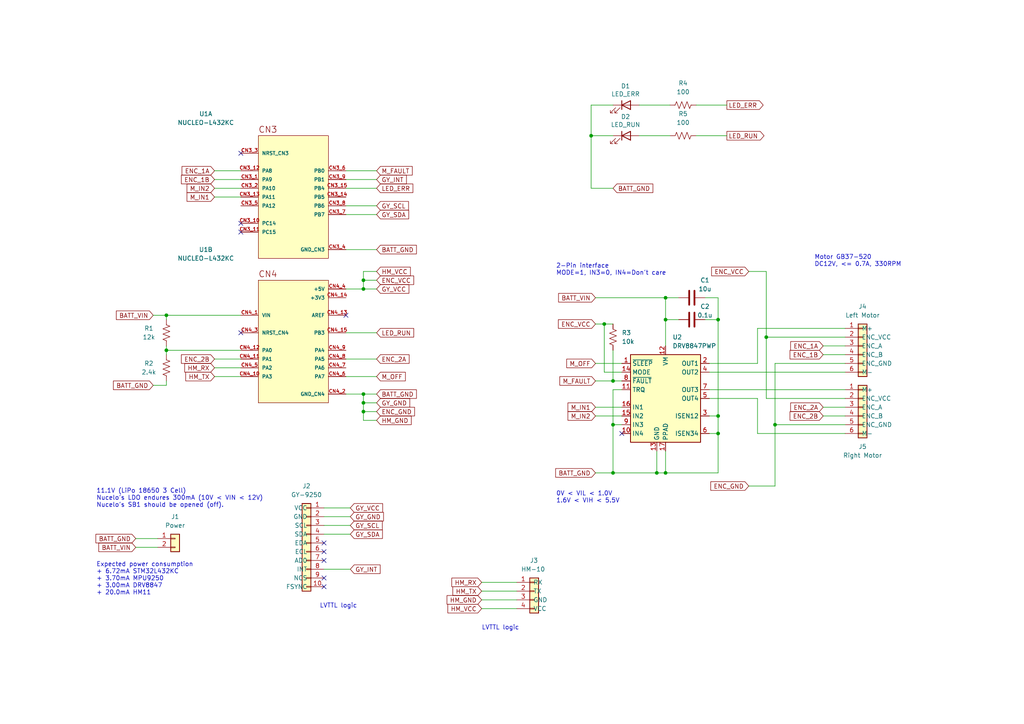
<source format=kicad_sch>
(kicad_sch (version 20211123) (generator eeschema)
  (paper "A4")
  (title_block (title "Jeonghyun Kim graduation project"))
  (lib_symbols
    (symbol "Conn_01x06_1" (pin_names (offset 1.016))
      (property "Reference" "J1" (at 0 11.43 0))
      (property "Value" "Conn_01x06_1" (at 0 8.89 0))
      (symbol "Conn_01x06_1_1_1"
        (rectangle (start -1.27 -7.493) (end 0 -7.747) (stroke (width 0.1524)))
        (rectangle (start -1.27 -4.953) (end 0 -5.207) (stroke (width 0.1524)))
        (rectangle (start -1.27 -2.413) (end 0 -2.667) (stroke (width 0.1524)))
        (rectangle (start -1.27 0.127) (end 0 -0.127) (stroke (width 0.1524)))
        (rectangle (start -1.27 2.667) (end 0 2.413) (stroke (width 0.1524)))
        (rectangle (start -1.27 5.207) (end 0 4.953) (stroke (width 0.1524)))
        (rectangle (start -1.27 6.35) (end 1.27 -8.89) (stroke (width 0.254)) (fill (type background)))
        (pin passive line (at -5.08 5.08 0) (length 3.81) (name "M+") (number "1"))
        (pin passive line (at -5.08 2.54 0) (length 3.81) (name "ENC_VCC") (number "2"))
        (pin passive line (at -5.08 0 0) (length 3.81) (name "ENC_A") (number "3"))
        (pin passive line (at -5.08 -2.54 0) (length 3.81) (name "ENC_B") (number "4"))
        (pin passive line (at -5.08 -5.08 0) (length 3.81) (name "ENC_GND") (number "5"))
        (pin passive line (at -5.08 -7.62 0) (length 3.81) (name "M-") (number "6"))
      )
    )
    (symbol "Connector_Generic:Conn_01x02" (pin_names (offset 1.016) hide)
      (property "Reference" "J" (at 0 2.54 0))
      (property "Value" "Conn_01x02" (at 0 -5.08 0))
      (symbol "Conn_01x02_1_1"
        (rectangle (start -1.27 -2.413) (end 0 -2.667) (stroke (width 0.1524)))
        (rectangle (start -1.27 0.127) (end 0 -0.127) (stroke (width 0.1524)))
        (rectangle (start -1.27 1.27) (end 1.27 -3.81) (stroke (width 0.254)) (fill (type background)))
        (pin passive line (at -5.08 0 0) (length 3.81) (name "Pin_1") (number "1"))
        (pin passive line (at -5.08 -2.54 0) (length 3.81) (name "Pin_2") (number "2"))
      )
    )
    (symbol "Connector_Generic:Conn_01x04" (pin_names (offset 1.016))
      (property "Reference" "J5" (at 2.54 0.0001 0))
      (property "Value" "HM-10" (at 2.54 -2.5399 0))
      (symbol "Conn_01x04_1_1"
        (rectangle (start -1.27 -4.953) (end 0 -5.207) (stroke (width 0.1524)))
        (rectangle (start -1.27 -2.413) (end 0 -2.667) (stroke (width 0.1524)))
        (rectangle (start -1.27 0.127) (end 0 -0.127) (stroke (width 0.1524)))
        (rectangle (start -1.27 2.667) (end 0 2.413) (stroke (width 0.1524)))
        (rectangle (start -1.27 3.81) (end 1.27 -6.35) (stroke (width 0.254)) (fill (type background)))
        (pin passive line (at -5.08 2.54 0) (length 3.81) (name "RX") (number "1"))
        (pin passive line (at -5.08 0 0) (length 3.81) (name "TX") (number "2"))
        (pin passive line (at -5.08 -2.54 0) (length 3.81) (name "GND") (number "3"))
        (pin passive line (at -5.08 -5.08 0) (length 3.81) (name "VCC") (number "4"))
      )
    )
    (symbol "Connector_Generic:Conn_01x10" (pin_names (offset 1.016))
      (property "Reference" "J4" (at 0 16.51 0))
      (property "Value" "GY-9250" (at 0 13.97 0))
      (symbol "Conn_01x10_1_1"
        (rectangle (start -1.27 -12.573) (end 0 -12.827) (stroke (width 0.1524)))
        (rectangle (start -1.27 -10.033) (end 0 -10.287) (stroke (width 0.1524)))
        (rectangle (start -1.27 -7.493) (end 0 -7.747) (stroke (width 0.1524)))
        (rectangle (start -1.27 -4.953) (end 0 -5.207) (stroke (width 0.1524)))
        (rectangle (start -1.27 -2.413) (end 0 -2.667) (stroke (width 0.1524)))
        (rectangle (start -1.27 0.127) (end 0 -0.127) (stroke (width 0.1524)))
        (rectangle (start -1.27 2.667) (end 0 2.413) (stroke (width 0.1524)))
        (rectangle (start -1.27 5.207) (end 0 4.953) (stroke (width 0.1524)))
        (rectangle (start -1.27 7.747) (end 0 7.493) (stroke (width 0.1524)))
        (rectangle (start -1.27 10.287) (end 0 10.033) (stroke (width 0.1524)))
        (rectangle (start -1.27 11.43) (end 1.27 -13.97) (stroke (width 0.254)) (fill (type background)))
        (pin passive line (at -5.08 10.16 0) (length 3.81) (name "VCC") (number "1"))
        (pin passive line (at -5.08 -12.7 0) (length 3.81) (name "FSYNC") (number "10"))
        (pin passive line (at -5.08 7.62 0) (length 3.81) (name "GND") (number "2"))
        (pin passive line (at -5.08 5.08 0) (length 3.81) (name "SCL") (number "3"))
        (pin passive line (at -5.08 2.54 0) (length 3.81) (name "SDA") (number "4"))
        (pin passive line (at -5.08 0 0) (length 3.81) (name "EDA") (number "5"))
        (pin passive line (at -5.08 -2.54 0) (length 3.81) (name "ECL") (number "6"))
        (pin passive line (at -5.08 -5.08 0) (length 3.81) (name "AD0") (number "7"))
        (pin passive line (at -5.08 -7.62 0) (length 3.81) (name "INT") (number "8"))
        (pin passive line (at -5.08 -10.16 0) (length 3.81) (name "NCS") (number "9"))
      )
    )
    (symbol "Device:C" (pin_numbers hide) (pin_names (offset 0.254))
      (property "Reference" "C" (at 0.635 2.54 0))
      (property "Value" "C" (at 0.635 -2.54 0))
      (symbol "C_0_1"
        (polyline (pts (xy -2.032 -0.762) (xy 2.032 -0.762)) (stroke (width 0.508)))
        (polyline (pts (xy -2.032 0.762) (xy 2.032 0.762)) (stroke (width 0.508)))
      )
      (symbol "C_1_1"
        (pin passive line (at 0 3.81 270) (length 2.794) (name "~") (number "1"))
        (pin passive line (at 0 -3.81 90) (length 2.794) (name "~") (number "2"))
      )
    )
    (symbol "Device:LED" (pin_numbers hide) (pin_names (offset 1.016) hide)
      (property "Reference" "D" (at 0 2.54 0))
      (property "Value" "LED" (at 0 -2.54 0))
      (symbol "LED_0_1"
        (polyline (pts (xy -1.27 -1.27) (xy -1.27 1.27)) (stroke (width 0.254)))
        (polyline (pts (xy -1.27 0) (xy 1.27 0)))
        (polyline (pts (xy 1.27 -1.27) (xy 1.27 1.27) (xy -1.27 0) (xy 1.27 -1.27)) (stroke (width 0.254)))
        (polyline (pts (xy -3.048 -0.762) (xy -4.572 -2.286) (xy -3.81 -2.286) (xy -4.572 -2.286) (xy -4.572 -1.524)))
        (polyline (pts (xy -1.778 -0.762) (xy -3.302 -2.286) (xy -2.54 -2.286) (xy -3.302 -2.286) (xy -3.302 -1.524)))
      )
      (symbol "LED_1_1"
        (pin passive line (at -3.81 0 0) (length 2.54) (name "K") (number "1"))
        (pin passive line (at 3.81 0 180) (length 2.54) (name "A") (number "2"))
      )
    )
    (symbol "Device:R_US" (pin_numbers hide) (pin_names (offset 0))
      (property "Reference" "R" (at 2.54 0 90))
      (property "Value" "R_US" (at -2.54 0 90))
      (symbol "R_US_0_1"
        (polyline (pts (xy 0 -2.286) (xy 0 -2.54)))
        (polyline (pts (xy 0 2.286) (xy 0 2.54)))
        (polyline (pts (xy 0 -0.762) (xy 1.016 -1.143) (xy 0 -1.524) (xy -1.016 -1.905) (xy 0 -2.286)))
        (polyline (pts (xy 0 0.762) (xy 1.016 0.381) (xy 0 0) (xy -1.016 -0.381) (xy 0 -0.762)))
        (polyline (pts (xy 0 2.286) (xy 1.016 1.905) (xy 0 1.524) (xy -1.016 1.143) (xy 0 0.762)))
      )
      (symbol "R_US_1_1"
        (pin passive line (at 0 3.81 270) (length 1.27) (name "~") (number "1"))
        (pin passive line (at 0 -3.81 90) (length 1.27) (name "~") (number "2"))
      )
    )
    (symbol "Driver_Motor:DRV8847PWP"
      (property "Reference" "U" (at -8.89 13.97 0))
      (property "Value" "DRV8847PWP" (at 8.89 13.97 0))
      (symbol "DRV8847PWP_0_1"
        (rectangle (start -10.16 -12.7) (end 10.16 12.7) (stroke (width 0.254)) (fill (type background)))
      )
      (symbol "DRV8847PWP_1_1"
        (pin input line (at -12.7 10.16 0) (length 2.54) (name "~{SLEEP}") (number "1"))
        (pin input line (at -12.7 -10.16 0) (length 2.54) (name "IN4") (number "10"))
        (pin input line (at -12.7 2.54 0) (length 2.54) (name "TRQ") (number "11"))
        (pin power_in line (at 0 15.24 270) (length 2.54) (name "VM") (number "12"))
        (pin power_in line (at -2.54 -15.24 90) (length 2.54) (name "GND") (number "13"))
        (pin input line (at -12.7 7.62 0) (length 2.54) (name "MODE") (number "14"))
        (pin input line (at -12.7 -5.08 0) (length 2.54) (name "IN2") (number "15"))
        (pin input line (at -12.7 -2.54 0) (length 2.54) (name "IN1") (number "16"))
        (pin power_in line (at 0 -15.24 90) (length 2.54) (name "PPAD") (number "17"))
        (pin output line (at 12.7 10.16 180) (length 2.54) (name "OUT1") (number "2"))
        (pin passive line (at 12.7 -5.08 180) (length 2.54) (name "ISEN12") (number "3"))
        (pin output line (at 12.7 7.62 180) (length 2.54) (name "OUT2") (number "4"))
        (pin output line (at 12.7 0 180) (length 2.54) (name "OUT4") (number "5"))
        (pin passive line (at 12.7 -10.16 180) (length 2.54) (name "ISEN34") (number "6"))
        (pin output line (at 12.7 2.54 180) (length 2.54) (name "OUT3") (number "7"))
        (pin open_collector line (at -12.7 5.08 0) (length 2.54) (name "~{FAULT}") (number "8"))
        (pin input line (at -12.7 -7.62 0) (length 2.54) (name "IN3") (number "9"))
      )
    )
    (symbol "NUCLEO-L432KC:NUCLEO-L432KC" (pin_names (offset 1.016))
      (property "Reference" "U" (at -10.16 21.082 0))
      (property "Value" "NUCLEO-L432KC" (at -10.16 -20.32 0))
      (symbol "NUCLEO-L432KC_1_0"
        (rectangle (start -10.16 -17.78) (end 10.16 17.78) (stroke (width 0.1524)) (fill (type background)))
        (text "CN3" (at -10.16 18.542 0) (effects (font (size 1.778 1.778)) (justify left bottom)))
        (pin bidirectional line (at -15.24 5.08 0) (length 5.08) (name "PA9") (number "CN3_1"))
        (pin bidirectional line (at -15.24 -7.62 0) (length 5.08) (name "PC14") (number "CN3_10"))
        (pin bidirectional line (at -15.24 -10.16 0) (length 5.08) (name "PC15") (number "CN3_11"))
        (pin bidirectional line (at -15.24 7.62 0) (length 5.08) (name "PA8") (number "CN3_12"))
        (pin bidirectional line (at -15.24 0 0) (length 5.08) (name "PA11") (number "CN3_13"))
        (pin bidirectional line (at 15.24 0 180) (length 5.08) (name "PB5") (number "CN3_14"))
        (pin bidirectional line (at 15.24 2.54 180) (length 5.08) (name "PB4") (number "CN3_15"))
        (pin bidirectional line (at -15.24 2.54 0) (length 5.08) (name "PA10") (number "CN3_2"))
        (pin bidirectional line (at -15.24 12.7 0) (length 5.08) (name "NRST_CN3") (number "CN3_3"))
        (pin power_in line (at 15.24 -15.24 180) (length 5.08) (name "GND_CN3") (number "CN3_4"))
        (pin bidirectional line (at -15.24 -2.54 0) (length 5.08) (name "PA12") (number "CN3_5"))
        (pin bidirectional line (at 15.24 7.62 180) (length 5.08) (name "PB0") (number "CN3_6"))
        (pin bidirectional line (at 15.24 -5.08 180) (length 5.08) (name "PB7") (number "CN3_7"))
        (pin bidirectional line (at 15.24 -2.54 180) (length 5.08) (name "PB6") (number "CN3_8"))
        (pin bidirectional line (at 15.24 5.08 180) (length 5.08) (name "PB1") (number "CN3_9"))
      )
      (symbol "NUCLEO-L432KC_2_0"
        (rectangle (start -10.16 -17.78) (end 10.16 17.78) (stroke (width 0.1524)) (fill (type background)))
        (text "CN4" (at -10.16 18.542 0) (effects (font (size 1.778 1.778)) (justify left bottom)))
        (pin input line (at -15.24 7.62 0) (length 5.08) (name "VIN") (number "CN4_1"))
        (pin bidirectional line (at -15.24 -10.16 0) (length 5.08) (name "PA3") (number "CN4_10"))
        (pin bidirectional line (at -15.24 -5.08 0) (length 5.08) (name "PA1") (number "CN4_11"))
        (pin bidirectional line (at -15.24 -2.54 0) (length 5.08) (name "PA0") (number "CN4_12"))
        (pin bidirectional line (at 15.24 7.62 180) (length 5.08) (name "AREF") (number "CN4_13"))
        (pin power_in line (at 15.24 12.7 180) (length 5.08) (name "+3V3") (number "CN4_14"))
        (pin bidirectional line (at 15.24 2.54 180) (length 5.08) (name "PB3") (number "CN4_15"))
        (pin power_in line (at 15.24 -15.24 180) (length 5.08) (name "GND_CN4") (number "CN4_2"))
        (pin bidirectional line (at -15.24 2.54 0) (length 5.08) (name "NRST_CN4") (number "CN4_3"))
        (pin power_in line (at 15.24 15.24 180) (length 5.08) (name "+5V") (number "CN4_4"))
        (pin bidirectional line (at -15.24 -7.62 0) (length 5.08) (name "PA2") (number "CN4_5"))
        (pin bidirectional line (at 15.24 -10.16 180) (length 5.08) (name "PA7") (number "CN4_6"))
        (pin bidirectional line (at 15.24 -7.62 180) (length 5.08) (name "PA6") (number "CN4_7"))
        (pin bidirectional line (at 15.24 -5.08 180) (length 5.08) (name "PA5") (number "CN4_8"))
        (pin bidirectional line (at 15.24 -2.54 180) (length 5.08) (name "PA4") (number "CN4_9"))
      )
    )
  )
  (junction (at 224.79 123.19))
  (junction (at 193.04 92.71))
  (junction (at 171.45 39.37))
  (junction (at 208.28 92.71))
  (junction (at 208.28 120.65))
  (junction (at 105.41 119.38))
  (junction (at 190.5 137.16))
  (junction (at 175.26 93.98))
  (junction (at 177.8 110.49))
  (junction (at 105.41 81.28))
  (junction (at 105.41 116.84))
  (junction (at 105.41 83.82))
  (junction (at 177.8 137.16))
  (junction (at 105.41 114.3))
  (junction (at 193.04 86.36))
  (junction (at 222.25 97.79))
  (junction (at 193.04 137.16))
  (junction (at 177.8 123.19))
  (junction (at 48.26 91.44))
  (junction (at 208.28 125.73))
  (junction (at 48.26 101.6))
  (no_connect (at 180.34 125.73))
  (no_connect (at 69.85 64.77))
  (no_connect (at 69.85 67.31))
  (no_connect (at 93.98 162.56))
  (no_connect (at 93.98 160.02))
  (no_connect (at 93.98 167.64))
  (no_connect (at 93.98 170.18))
  (no_connect (at 93.98 157.48))
  (no_connect (at 69.85 96.52))
  (no_connect (at 69.85 44.45))
  (no_connect (at 100.33 91.44))
  (wire (pts (xy 238.76 100.33) (xy 245.11 100.33)))
  (wire (pts (xy 205.74 115.57) (xy 219.71 115.57)))
  (wire (pts (xy 193.04 137.16) (xy 190.5 137.16)))
  (wire (pts (xy 44.45 91.44) (xy 48.26 91.44)))
  (wire (pts (xy 245.11 105.41) (xy 224.79 105.41)))
  (wire (pts (xy 208.28 120.65) (xy 208.28 125.73)))
  (wire (pts (xy 217.17 140.97) (xy 224.79 140.97)))
  (wire (pts (xy 93.98 165.1) (xy 101.6 165.1)))
  (wire (pts (xy 205.74 125.73) (xy 208.28 125.73)))
  (wire (pts (xy 193.04 92.71) (xy 193.04 100.33)))
  (wire (pts (xy 180.34 113.03) (xy 177.8 113.03)))
  (wire (pts (xy 100.33 59.69) (xy 109.22 59.69)))
  (wire (pts (xy 222.25 78.74) (xy 222.25 97.79)))
  (wire (pts (xy 62.23 49.53) (xy 69.85 49.53)))
  (wire (pts (xy 105.41 114.3) (xy 109.22 114.3)))
  (wire (pts (xy 139.7 171.45) (xy 149.86 171.45)))
  (wire (pts (xy 219.71 125.73) (xy 245.11 125.73)))
  (wire (pts (xy 100.33 96.52) (xy 109.22 96.52)))
  (wire (pts (xy 109.22 116.84) (xy 105.41 116.84)))
  (wire (pts (xy 175.26 93.98) (xy 177.8 93.98)))
  (wire (pts (xy 100.33 49.53) (xy 109.22 49.53)))
  (wire (pts (xy 48.26 110.49) (xy 48.26 111.76)))
  (wire (pts (xy 172.72 110.49) (xy 177.8 110.49)))
  (wire (pts (xy 238.76 102.87) (xy 245.11 102.87)))
  (wire (pts (xy 171.45 39.37) (xy 177.8 39.37)))
  (wire (pts (xy 171.45 30.48) (xy 177.8 30.48)))
  (wire (pts (xy 105.41 114.3) (xy 105.41 116.84)))
  (wire (pts (xy 177.8 101.6) (xy 177.8 110.49)))
  (wire (pts (xy 219.71 95.25) (xy 245.11 95.25)))
  (wire (pts (xy 172.72 118.11) (xy 180.34 118.11)))
  (wire (pts (xy 193.04 86.36) (xy 196.85 86.36)))
  (wire (pts (xy 205.74 105.41) (xy 219.71 105.41)))
  (wire (pts (xy 190.5 137.16) (xy 177.8 137.16)))
  (wire (pts (xy 222.25 115.57) (xy 222.25 97.79)))
  (wire (pts (xy 172.72 105.41) (xy 180.34 105.41)))
  (wire (pts (xy 139.7 176.53) (xy 149.86 176.53)))
  (wire (pts (xy 205.74 120.65) (xy 208.28 120.65)))
  (wire (pts (xy 105.41 119.38) (xy 105.41 116.84)))
  (wire (pts (xy 180.34 107.95) (xy 175.26 107.95)))
  (wire (pts (xy 100.33 72.39) (xy 109.22 72.39)))
  (wire (pts (xy 62.23 104.14) (xy 69.85 104.14)))
  (wire (pts (xy 205.74 107.95) (xy 245.11 107.95)))
  (wire (pts (xy 177.8 137.16) (xy 172.72 137.16)))
  (wire (pts (xy 100.33 114.3) (xy 105.41 114.3)))
  (wire (pts (xy 39.37 158.75) (xy 45.72 158.75)))
  (wire (pts (xy 193.04 130.81) (xy 193.04 137.16)))
  (wire (pts (xy 48.26 101.6) (xy 69.85 101.6)))
  (wire (pts (xy 172.72 93.98) (xy 175.26 93.98)))
  (wire (pts (xy 62.23 57.15) (xy 69.85 57.15)))
  (wire (pts (xy 39.37 156.21) (xy 45.72 156.21)))
  (wire (pts (xy 100.33 52.07) (xy 109.22 52.07)))
  (wire (pts (xy 208.28 86.36) (xy 208.28 92.71)))
  (wire (pts (xy 238.76 118.11) (xy 245.11 118.11)))
  (wire (pts (xy 224.79 140.97) (xy 224.79 123.19)))
  (wire (pts (xy 171.45 30.48) (xy 171.45 39.37)))
  (wire (pts (xy 208.28 137.16) (xy 193.04 137.16)))
  (wire (pts (xy 224.79 105.41) (xy 224.79 123.19)))
  (wire (pts (xy 238.76 120.65) (xy 245.11 120.65)))
  (wire (pts (xy 109.22 121.92) (xy 105.41 121.92)))
  (wire (pts (xy 208.28 125.73) (xy 208.28 137.16)))
  (wire (pts (xy 105.41 121.92) (xy 105.41 119.38)))
  (wire (pts (xy 62.23 106.68) (xy 69.85 106.68)))
  (wire (pts (xy 175.26 107.95) (xy 175.26 93.98)))
  (wire (pts (xy 139.7 168.91) (xy 149.86 168.91)))
  (wire (pts (xy 205.74 113.03) (xy 245.11 113.03)))
  (wire (pts (xy 93.98 149.86) (xy 101.6 149.86)))
  (wire (pts (xy 93.98 147.32) (xy 101.6 147.32)))
  (wire (pts (xy 219.71 115.57) (xy 219.71 125.73)))
  (wire (pts (xy 193.04 92.71) (xy 196.85 92.71)))
  (wire (pts (xy 185.42 30.48) (xy 194.31 30.48)))
  (wire (pts (xy 105.41 83.82) (xy 109.22 83.82)))
  (wire (pts (xy 204.47 92.71) (xy 208.28 92.71)))
  (wire (pts (xy 177.8 123.19) (xy 177.8 137.16)))
  (wire (pts (xy 100.33 62.23) (xy 109.22 62.23)))
  (wire (pts (xy 201.93 30.48) (xy 210.82 30.48)))
  (wire (pts (xy 109.22 81.28) (xy 105.41 81.28)))
  (wire (pts (xy 109.22 119.38) (xy 105.41 119.38)))
  (wire (pts (xy 219.71 105.41) (xy 219.71 95.25)))
  (wire (pts (xy 48.26 111.76) (xy 44.45 111.76)))
  (wire (pts (xy 105.41 78.74) (xy 105.41 81.28)))
  (wire (pts (xy 245.11 115.57) (xy 222.25 115.57)))
  (wire (pts (xy 172.72 86.36) (xy 193.04 86.36)))
  (wire (pts (xy 62.23 54.61) (xy 69.85 54.61)))
  (wire (pts (xy 105.41 81.28) (xy 105.41 83.82)))
  (wire (pts (xy 185.42 39.37) (xy 194.31 39.37)))
  (wire (pts (xy 109.22 78.74) (xy 105.41 78.74)))
  (wire (pts (xy 177.8 113.03) (xy 177.8 123.19)))
  (wire (pts (xy 139.7 173.99) (xy 149.86 173.99)))
  (wire (pts (xy 62.23 109.22) (xy 69.85 109.22)))
  (wire (pts (xy 222.25 97.79) (xy 245.11 97.79)))
  (wire (pts (xy 62.23 52.07) (xy 69.85 52.07)))
  (wire (pts (xy 172.72 120.65) (xy 180.34 120.65)))
  (wire (pts (xy 93.98 154.94) (xy 101.6 154.94)))
  (wire (pts (xy 48.26 92.71) (xy 48.26 91.44)))
  (wire (pts (xy 100.33 83.82) (xy 105.41 83.82)))
  (wire (pts (xy 201.93 39.37) (xy 210.82 39.37)))
  (wire (pts (xy 208.28 92.71) (xy 208.28 120.65)))
  (wire (pts (xy 193.04 86.36) (xy 193.04 92.71)))
  (wire (pts (xy 100.33 54.61) (xy 109.22 54.61)))
  (wire (pts (xy 171.45 39.37) (xy 171.45 54.61)))
  (wire (pts (xy 48.26 100.33) (xy 48.26 101.6)))
  (wire (pts (xy 48.26 91.44) (xy 69.85 91.44)))
  (wire (pts (xy 171.45 54.61) (xy 177.8 54.61)))
  (wire (pts (xy 93.98 152.4) (xy 101.6 152.4)))
  (wire (pts (xy 180.34 123.19) (xy 177.8 123.19)))
  (wire (pts (xy 100.33 109.22) (xy 109.22 109.22)))
  (wire (pts (xy 224.79 123.19) (xy 245.11 123.19)))
  (wire (pts (xy 177.8 110.49) (xy 180.34 110.49)))
  (wire (pts (xy 48.26 101.6) (xy 48.26 102.87)))
  (wire (pts (xy 100.33 104.14) (xy 109.22 104.14)))
  (wire (pts (xy 190.5 130.81) (xy 190.5 137.16)))
  (wire (pts (xy 204.47 86.36) (xy 208.28 86.36)))
  (wire (pts (xy 217.17 78.74) (xy 222.25 78.74)))
  (text "11.1V (LiPo 18650 3 Cell)\nNucelo's LDO endures 300mA (10V < VIN < 12V)\nNucelo's SB1 should be opened (off)." (at 27.94 147.32 0) (effects (font (size 1.27 1.27)) (justify left bottom)))
  (text "2-Pin interface\nMODE=1, IN3=0, IN4=Don't care" (at 161.29 80.01 0) (effects (font (size 1.27 1.27)) (justify left bottom)))
  (text "LVTTL logic\n" (at 139.7 182.88 0) (effects (font (size 1.27 1.27)) (justify left bottom)))
  (text "Motor GB37-520\nDC12V, <= 0.7A, 330RPM" (at 236.22 77.47 0) (effects (font (size 1.27 1.27)) (justify left bottom)))
  (text "Expected power consumption\n+ 6.72mA STM32L432KC\n+ 3.70mA MPU9250\n+ 3.00mA DRV8847\n+ 20.0mA HM11" (at 27.94 172.72 0) (effects (font (size 1.27 1.27)) (justify left bottom)))
  (text "LVTTL logic\n" (at 92.71 176.53 0) (effects (font (size 1.27 1.27)) (justify left bottom)))
  (text "0V < VIL < 1.0V\n1.6V < VIH < 5.5V" (at 161.29 146.05 0) (effects (font (size 1.27 1.27)) (justify left bottom)))
  (global_label "M_IN2" (shape input) (at 62.23 54.61 180) (property "Intersheet References" "${INTERSHEET_REFS}" (effects hide)))
  (global_label "BATT_GND" (shape input) (at 109.22 72.39 0) (property "Intersheet References" "${INTERSHEET_REFS}" (effects hide)))
  (global_label "BATT_VIN" (shape input) (at 44.45 91.44 180) (property "Intersheet References" "${INTERSHEET_REFS}" (effects hide)))
  (global_label "GY_SDA" (shape input) (at 109.22 62.23 0) (property "Intersheet References" "${INTERSHEET_REFS}" (effects hide)))
  (global_label "ENC_2B" (shape input) (at 238.76 120.65 180) (property "Intersheet References" "${INTERSHEET_REFS}" (effects hide)))
  (global_label "HM_TX" (shape input) (at 139.7 171.45 180) (property "Intersheet References" "${INTERSHEET_REFS}" (effects hide)))
  (global_label "LED_RUN" (shape output) (at 210.82 39.37 0) (property "Intersheet References" "${INTERSHEET_REFS}" (effects hide)))
  (global_label "ENC_1A" (shape input) (at 62.23 49.53 180) (property "Intersheet References" "${INTERSHEET_REFS}" (effects hide)))
  (global_label "LED_RUN" (shape input) (at 109.22 96.52 0) (property "Intersheet References" "${INTERSHEET_REFS}" (effects hide)))
  (global_label "HM_RX" (shape input) (at 62.23 106.68 180) (property "Intersheet References" "${INTERSHEET_REFS}" (effects hide)))
  (global_label "ENC_VCC" (shape input) (at 217.17 78.74 180) (property "Intersheet References" "${INTERSHEET_REFS}" (effects hide)))
  (global_label "HM_GND" (shape input) (at 109.22 121.92 0) (property "Intersheet References" "${INTERSHEET_REFS}" (effects hide)))
  (global_label "LED_ERR" (shape output) (at 210.82 30.48 0) (property "Intersheet References" "${INTERSHEET_REFS}" (effects hide)))
  (global_label "GY_GND" (shape input) (at 109.22 116.84 0) (property "Intersheet References" "${INTERSHEET_REFS}" (effects hide)))
  (global_label "GY_SCL" (shape input) (at 109.22 59.69 0) (property "Intersheet References" "${INTERSHEET_REFS}" (effects hide)))
  (global_label "M_OFF" (shape input) (at 172.72 105.41 180) (property "Intersheet References" "${INTERSHEET_REFS}" (effects hide)))
  (global_label "BATT_GND" (shape input) (at 39.37 156.21 180) (property "Intersheet References" "${INTERSHEET_REFS}" (effects hide)))
  (global_label "GY_INT" (shape input) (at 101.6 165.1 0) (property "Intersheet References" "${INTERSHEET_REFS}" (effects hide)))
  (global_label "ENC_1B" (shape input) (at 238.76 102.87 180) (property "Intersheet References" "${INTERSHEET_REFS}" (effects hide)))
  (global_label "ENC_1B" (shape input) (at 62.23 52.07 180) (property "Intersheet References" "${INTERSHEET_REFS}" (effects hide)))
  (global_label "BATT_GND" (shape input) (at 109.22 114.3 0) (property "Intersheet References" "${INTERSHEET_REFS}" (effects hide)))
  (global_label "BATT_VIN" (shape input) (at 39.37 158.75 180) (property "Intersheet References" "${INTERSHEET_REFS}" (effects hide)))
  (global_label "HM_GND" (shape input) (at 139.7 173.99 180) (property "Intersheet References" "${INTERSHEET_REFS}" (effects hide)))
  (global_label "BATT_GND" (shape input) (at 177.8 54.61 0) (property "Intersheet References" "${INTERSHEET_REFS}" (effects hide)))
  (global_label "BATT_VIN" (shape input) (at 172.72 86.36 180) (property "Intersheet References" "${INTERSHEET_REFS}" (effects hide)))
  (global_label "M_FAULT" (shape input) (at 109.22 49.53 0) (property "Intersheet References" "${INTERSHEET_REFS}" (effects hide)))
  (global_label "GY_GND" (shape input) (at 101.6 149.86 0) (property "Intersheet References" "${INTERSHEET_REFS}" (effects hide)))
  (global_label "ENC_2A" (shape input) (at 109.22 104.14 0) (property "Intersheet References" "${INTERSHEET_REFS}" (effects hide)))
  (global_label "ENC_2A" (shape input) (at 238.76 118.11 180) (property "Intersheet References" "${INTERSHEET_REFS}" (effects hide)))
  (global_label "LED_ERR" (shape input) (at 109.22 54.61 0) (property "Intersheet References" "${INTERSHEET_REFS}" (effects hide)))
  (global_label "BATT_GND" (shape input) (at 172.72 137.16 180) (property "Intersheet References" "${INTERSHEET_REFS}" (effects hide)))
  (global_label "HM_VCC" (shape input) (at 109.22 78.74 0) (property "Intersheet References" "${INTERSHEET_REFS}" (effects hide)))
  (global_label "GY_SDA" (shape input) (at 101.6 154.94 0) (property "Intersheet References" "${INTERSHEET_REFS}" (effects hide)))
  (global_label "GY_VCC" (shape input) (at 109.22 83.82 0) (property "Intersheet References" "${INTERSHEET_REFS}" (effects hide)))
  (global_label "M_IN1" (shape input) (at 172.72 118.11 180) (property "Intersheet References" "${INTERSHEET_REFS}" (effects hide)))
  (global_label "M_OFF" (shape input) (at 109.22 109.22 0) (property "Intersheet References" "${INTERSHEET_REFS}" (effects hide)))
  (global_label "HM_VCC" (shape input) (at 139.7 176.53 180) (property "Intersheet References" "${INTERSHEET_REFS}" (effects hide)))
  (global_label "GY_VCC" (shape input) (at 101.6 147.32 0) (property "Intersheet References" "${INTERSHEET_REFS}" (effects hide)))
  (global_label "ENC_GND" (shape input) (at 217.17 140.97 180) (property "Intersheet References" "${INTERSHEET_REFS}" (effects hide)))
  (global_label "ENC_VCC" (shape input) (at 109.22 81.28 0) (property "Intersheet References" "${INTERSHEET_REFS}" (effects hide)))
  (global_label "M_IN1" (shape input) (at 62.23 57.15 180) (property "Intersheet References" "${INTERSHEET_REFS}" (effects hide)))
  (global_label "GY_SCL" (shape input) (at 101.6 152.4 0) (property "Intersheet References" "${INTERSHEET_REFS}" (effects hide)))
  (global_label "HM_RX" (shape input) (at 139.7 168.91 180) (property "Intersheet References" "${INTERSHEET_REFS}" (effects hide)))
  (global_label "GY_INT" (shape input) (at 109.22 52.07 0) (property "Intersheet References" "${INTERSHEET_REFS}" (effects hide)))
  (global_label "M_IN2" (shape input) (at 172.72 120.65 180) (property "Intersheet References" "${INTERSHEET_REFS}" (effects hide)))
  (global_label "ENC_2B" (shape input) (at 62.23 104.14 180) (property "Intersheet References" "${INTERSHEET_REFS}" (effects hide)))
  (global_label "HM_TX" (shape input) (at 62.23 109.22 180) (property "Intersheet References" "${INTERSHEET_REFS}" (effects hide)))
  (global_label "ENC_1A" (shape input) (at 238.76 100.33 180) (property "Intersheet References" "${INTERSHEET_REFS}" (effects hide)))
  (global_label "ENC_GND" (shape input) (at 109.22 119.38 0) (property "Intersheet References" "${INTERSHEET_REFS}" (effects hide)))
  (global_label "BATT_GND" (shape input) (at 44.45 111.76 180) (property "Intersheet References" "${INTERSHEET_REFS}" (effects hide)))
  (global_label "ENC_VCC" (shape input) (at 172.72 93.98 180) (property "Intersheet References" "${INTERSHEET_REFS}" (effects hide)))
  (global_label "M_FAULT" (shape input) (at 172.72 110.49 180) (property "Intersheet References" "${INTERSHEET_REFS}" (effects hide)))
  (symbol (lib_id "Device:LED") (at 181.61 30.48 0) (unit 1)
    (property "Reference" "D1" (at 181.4322 24.9682 0))
    (property "Value" "LED_ERR" (at 181.4322 27.2796 0))
    (property "Footprint" "LED_THT:LED_D3.0mm" (effects hide))
  )
  (symbol (lib_id "Connector_Generic:Conn_01x04") (at 154.94 171.45 0) (unit 1)
    (property "Reference" "J3" (at 153.67 162.56 0) (effects (justify left)))
    (property "Value" "HM-10" (at 151.13 165.1 0) (effects (justify left)))
    (property "Footprint" "Connector_PinSocket_2.54mm:PinSocket_1x04_P2.54mm_Vertical" (effects hide))
  )
  (symbol (lib_id "Connector_Generic:Conn_01x02") (at 50.8 156.21 0) (unit 1)
    (property "Reference" "J1" (at 50.8 149.86 0))
    (property "Value" "Power" (at 50.8 152.4 0))
    (property "Footprint" "Connector_AMASS:AMASS_XT30U-F_1x02_P5.0mm_Vertical" (effects hide))
  )
  (symbol (lib_id "Device:R_US") (at 48.26 106.68 180) (unit 1)
    (property "Reference" "R2" (at 43.18 105.41 0))
    (property "Value" "2.4k" (at 43.18 107.95 0))
    (property "Footprint" "Resistor_SMD:R_0603_1608Metric" (effects hide))
  )
  (symbol (lib_name "Conn_01x06_1") (lib_id "Connector_Generic:Conn_01x06") (at 250.19 100.33 0) (unit 1)
    (property "Reference" "J4" (at 250.19 88.9 0))
    (property "Value" "Left Motor" (at 250.19 91.44 0))
    (property "Footprint" "Connector_PinSocket_2.54mm:PinSocket_1x06_P2.54mm_Vertical" (effects hide))
  )
  (symbol (lib_id "Driver_Motor:DRV8847PWP") (at 193.04 115.57 0) (unit 1)
    (property "Reference" "U2" (at 195.0594 97.79 0) (effects (justify left)))
    (property "Value" "DRV8847PWP" (at 195.0594 100.33 0) (effects (justify left)))
    (property "Footprint" "Package_SO:HTSSOP-16-1EP_4.4x5mm_P0.65mm_EP3.4x5mm_Mask2.46x2.31mm_ThermalVias" (effects hide))
    (property "Datasheet" "https://www.ti.com/lit/ds/symlink/drv8847.pdf" (effects hide))
  )
  (symbol (lib_id "Device:C") (at 200.66 86.36 90) (unit 1)
    (property "Reference" "C1" (at 204.47 81.28 90))
    (property "Value" "10u" (at 204.47 83.82 90))
    (property "Footprint" "Capacitor_SMD:C_0603_1608Metric" (effects hide))
  )
  (symbol (lib_id "Device:C") (at 200.66 92.71 90) (unit 1)
    (property "Reference" "C2" (at 204.47 88.9 90))
    (property "Value" "0.1u" (at 204.47 91.44 90))
    (property "Footprint" "Capacitor_SMD:C_0603_1608Metric" (effects hide))
  )
  (symbol (lib_id "Device:R_US") (at 177.8 97.79 0) (unit 1)
    (property "Reference" "R3" (at 180.34 96.5199 0) (effects (justify left)))
    (property "Value" "10k" (at 180.34 99.0599 0) (effects (justify left)))
    (property "Footprint" "Resistor_SMD:R_0603_1608Metric" (effects hide))
  )
  (symbol (lib_id "Device:LED") (at 181.61 39.37 0) (unit 1)
    (property "Reference" "D2" (at 181.4322 33.8582 0))
    (property "Value" "LED_RUN" (at 181.4322 36.1696 0))
    (property "Footprint" "LED_THT:LED_D3.0mm" (effects hide))
  )
  (symbol (lib_name "Conn_01x06_1") (lib_id "Connector_Generic:Conn_01x06") (at 250.19 118.11 0) (unit 1)
    (property "Reference" "J5" (at 250.19 129.54 0))
    (property "Value" "Right Motor" (at 250.19 132.08 0))
    (property "Footprint" "Connector_PinSocket_2.54mm:PinSocket_1x06_P2.54mm_Vertical" (effects hide))
  )
  (symbol (lib_id "Device:R_US") (at 198.12 30.48 90) (unit 1)
    (property "Reference" "R4" (at 198.12 24.13 90))
    (property "Value" "100" (at 198.12 26.67 90))
    (property "Footprint" "Resistor_SMD:R_0603_1608Metric" (effects hide))
  )
  (symbol (lib_id "NUCLEO-L432KC:NUCLEO-L432KC") (at 85.09 99.06 0) (unit 2)
    (property "Reference" "U1" (at 59.69 72.39 0))
    (property "Value" "NUCLEO-L432KC" (at 59.69 74.93 0))
    (property "Footprint" "NUCLEO-L432KCsym:MODULE_NUCLEO-L432KC" (effects hide))
    (property "PARTREV" "N/A" (effects hide))
    (property "STANDARD" "Manufacturer Recommendations" (effects hide))
    (property "MAXIMUM_PACKAGE_HEIGHT" "N/A" (effects hide))
    (property "MANUFACTURER" "ST Microelectronics" (effects hide))
  )
  (symbol (lib_id "Device:R_US") (at 48.26 96.52 180) (unit 1)
    (property "Reference" "R1" (at 43.18 95.25 0))
    (property "Value" "12k" (at 43.18 97.79 0))
    (property "Footprint" "Resistor_SMD:R_0603_1608Metric" (effects hide))
  )
  (symbol (lib_id "Connector_Generic:Conn_01x10") (at 88.9 157.48 0) (mirror y) (unit 1)
    (property "Reference" "J2" (at 88.9 140.97 0))
    (property "Value" "GY-9250" (at 88.9 143.51 0))
    (property "Footprint" "Connector_PinSocket_2.54mm:PinSocket_1x10_P2.54mm_Vertical" (effects hide))
  )
  (symbol (lib_id "NUCLEO-L432KC:NUCLEO-L432KC") (at 85.09 57.15 0) (unit 1)
    (property "Reference" "U1" (at 59.69 33.02 0))
    (property "Value" "NUCLEO-L432KC" (at 59.69 35.56 0))
    (property "Footprint" "NUCLEO-L432KCsym:MODULE_NUCLEO-L432KC" (effects hide))
    (property "PARTREV" "N/A" (effects hide))
    (property "STANDARD" "Manufacturer Recommendations" (effects hide))
    (property "MAXIMUM_PACKAGE_HEIGHT" "N/A" (effects hide))
    (property "MANUFACTURER" "ST Microelectronics" (effects hide))
  )
  (symbol (lib_id "Device:R_US") (at 198.12 39.37 90) (unit 1)
    (property "Reference" "R5" (at 198.12 33.02 90))
    (property "Value" "100" (at 198.12 35.56 90))
    (property "Footprint" "Resistor_SMD:R_0603_1608Metric" (effects hide))
  )
)
</source>
